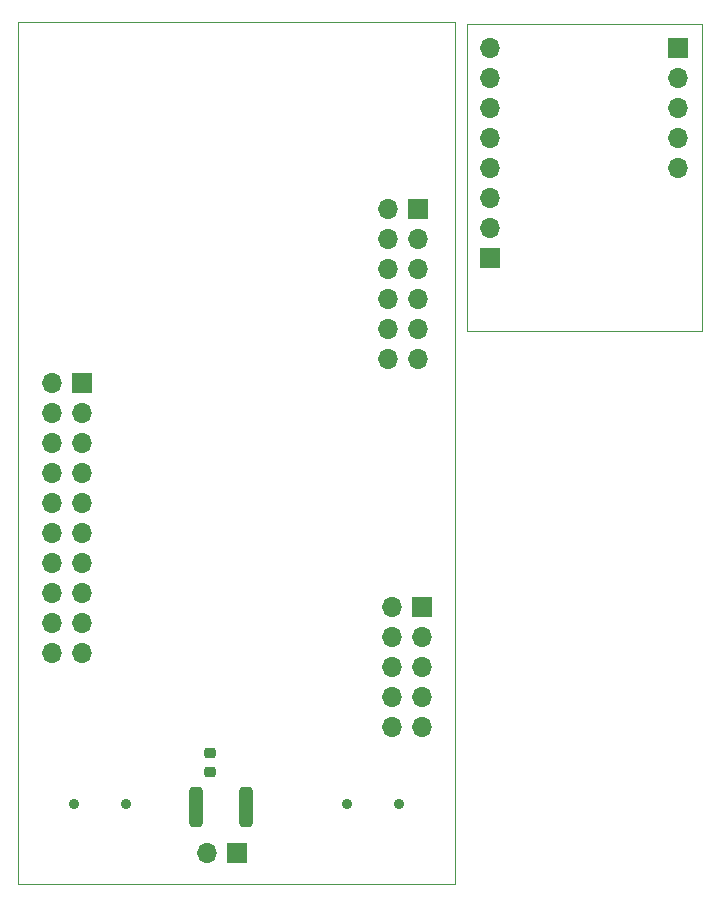
<source format=gbr>
%TF.GenerationSoftware,KiCad,Pcbnew,6.0.10-86aedd382b~118~ubuntu22.04.1*%
%TF.CreationDate,2023-02-06T10:04:39-03:00*%
%TF.ProjectId,MB_V2,4d425f56-322e-46b6-9963-61645f706362,1*%
%TF.SameCoordinates,Original*%
%TF.FileFunction,Soldermask,Bot*%
%TF.FilePolarity,Negative*%
%FSLAX46Y46*%
G04 Gerber Fmt 4.6, Leading zero omitted, Abs format (unit mm)*
G04 Created by KiCad (PCBNEW 6.0.10-86aedd382b~118~ubuntu22.04.1) date 2023-02-06 10:04:39*
%MOMM*%
%LPD*%
G01*
G04 APERTURE LIST*
G04 Aperture macros list*
%AMRoundRect*
0 Rectangle with rounded corners*
0 $1 Rounding radius*
0 $2 $3 $4 $5 $6 $7 $8 $9 X,Y pos of 4 corners*
0 Add a 4 corners polygon primitive as box body*
4,1,4,$2,$3,$4,$5,$6,$7,$8,$9,$2,$3,0*
0 Add four circle primitives for the rounded corners*
1,1,$1+$1,$2,$3*
1,1,$1+$1,$4,$5*
1,1,$1+$1,$6,$7*
1,1,$1+$1,$8,$9*
0 Add four rect primitives between the rounded corners*
20,1,$1+$1,$2,$3,$4,$5,0*
20,1,$1+$1,$4,$5,$6,$7,0*
20,1,$1+$1,$6,$7,$8,$9,0*
20,1,$1+$1,$8,$9,$2,$3,0*%
G04 Aperture macros list end*
%TA.AperFunction,Profile*%
%ADD10C,0.100000*%
%TD*%
%ADD11R,1.700000X1.700000*%
%ADD12O,1.700000X1.700000*%
%ADD13RoundRect,0.250000X0.312500X1.450000X-0.312500X1.450000X-0.312500X-1.450000X0.312500X-1.450000X0*%
%ADD14RoundRect,0.218750X0.256250X-0.218750X0.256250X0.218750X-0.256250X0.218750X-0.256250X-0.218750X0*%
%ADD15C,0.900000*%
G04 APERTURE END LIST*
D10*
X132000000Y-105200000D02*
X151900000Y-105200000D01*
X151900000Y-105200000D02*
X151900000Y-131200000D01*
X151900000Y-131200000D02*
X132000000Y-131200000D01*
X132000000Y-131200000D02*
X132000000Y-105200000D01*
X94000000Y-105000000D02*
X131000000Y-105000000D01*
X131000000Y-105000000D02*
X131000000Y-178000000D01*
X131000000Y-178000000D02*
X94000000Y-178000000D01*
X94000000Y-178000000D02*
X94000000Y-105000000D01*
D11*
%TO.C,J8*%
X112580000Y-175410000D03*
D12*
X110040000Y-175410000D03*
%TD*%
D13*
%TO.C,F1*%
X113367500Y-171510000D03*
X109092500Y-171510000D03*
%TD*%
D14*
%TO.C,D7*%
X110250000Y-166952500D03*
X110250000Y-168527500D03*
%TD*%
D15*
%TO.C,J4*%
X103200000Y-171250000D03*
X98800000Y-171250000D03*
%TD*%
D11*
%TO.C,J7*%
X127920000Y-120900000D03*
D12*
X125380000Y-120900000D03*
X127920000Y-123440000D03*
X125380000Y-123440000D03*
X127920000Y-125980000D03*
X125380000Y-125980000D03*
X127920000Y-128520000D03*
X125380000Y-128520000D03*
X127920000Y-131060000D03*
X125380000Y-131060000D03*
X127920000Y-133600000D03*
X125380000Y-133600000D03*
%TD*%
D15*
%TO.C,J3*%
X121900000Y-171200000D03*
X126300000Y-171200000D03*
%TD*%
D11*
%TO.C,J2*%
X149900000Y-107200000D03*
D12*
X149900000Y-109740000D03*
X149900000Y-112280000D03*
X149900000Y-114820000D03*
X149900000Y-117360000D03*
%TD*%
D11*
%TO.C,J6*%
X99470000Y-135570000D03*
D12*
X96930000Y-135570000D03*
X99470000Y-138110000D03*
X96930000Y-138110000D03*
X99470000Y-140650000D03*
X96930000Y-140650000D03*
X99470000Y-143190000D03*
X96930000Y-143190000D03*
X99470000Y-145730000D03*
X96930000Y-145730000D03*
X99470000Y-148270000D03*
X96930000Y-148270000D03*
X99470000Y-150810000D03*
X96930000Y-150810000D03*
X99470000Y-153350000D03*
X96930000Y-153350000D03*
X99470000Y-155890000D03*
X96930000Y-155890000D03*
X99470000Y-158430000D03*
X96930000Y-158430000D03*
%TD*%
D11*
%TO.C,J5*%
X128190000Y-154600000D03*
D12*
X125650000Y-154600000D03*
X128190000Y-157140000D03*
X125650000Y-157140000D03*
X128190000Y-159680000D03*
X125650000Y-159680000D03*
X128190000Y-162220000D03*
X125650000Y-162220000D03*
X128190000Y-164760000D03*
X125650000Y-164760000D03*
%TD*%
D11*
%TO.C,J1*%
X133975000Y-124975000D03*
D12*
X133975000Y-122435000D03*
X133975000Y-119895000D03*
X133975000Y-117355000D03*
X133975000Y-114815000D03*
X133975000Y-112275000D03*
X133975000Y-109735000D03*
X133975000Y-107195000D03*
%TD*%
M02*

</source>
